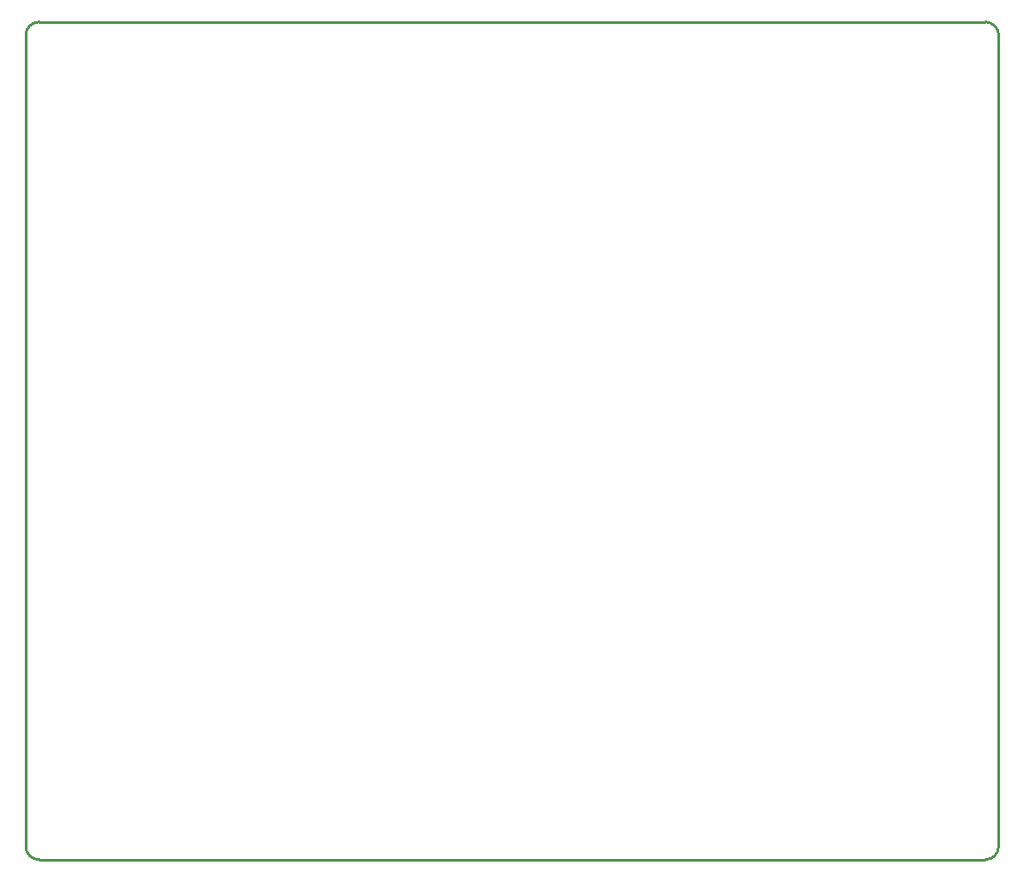
<source format=gko>
G04 Layer: BoardOutlineLayer*
G04 EasyEDA Pro v2.2.39.2, 2025-06-05 07:06:46*
G04 Gerber Generator version 0.3*
G04 Scale: 100 percent, Rotated: No, Reflected: No*
G04 Dimensions in millimeters*
G04 Leading zeros omitted, absolute positions, 4 integers and 5 decimals*
G04 Generated by one-click*
%FSLAX45Y45*%
%MOMM*%
%ADD10C,0.254*%
%ADD11C,0.1200*%
G75*


G04 Rect Start*
G54D10*
G01X0Y127000D02*
G01X0Y7874000D01*
G02X127000Y8001000I127000J0D01*
G01X9156700Y8001000D01*
G02X9283700Y7874000I0J-127000D01*
G01X9283700Y127000D01*
G02X9156700Y0I-127000J0D01*
G01X127000Y0D01*
G02X0Y127000I0J127000D01*
G04 Rect End*

M02*


</source>
